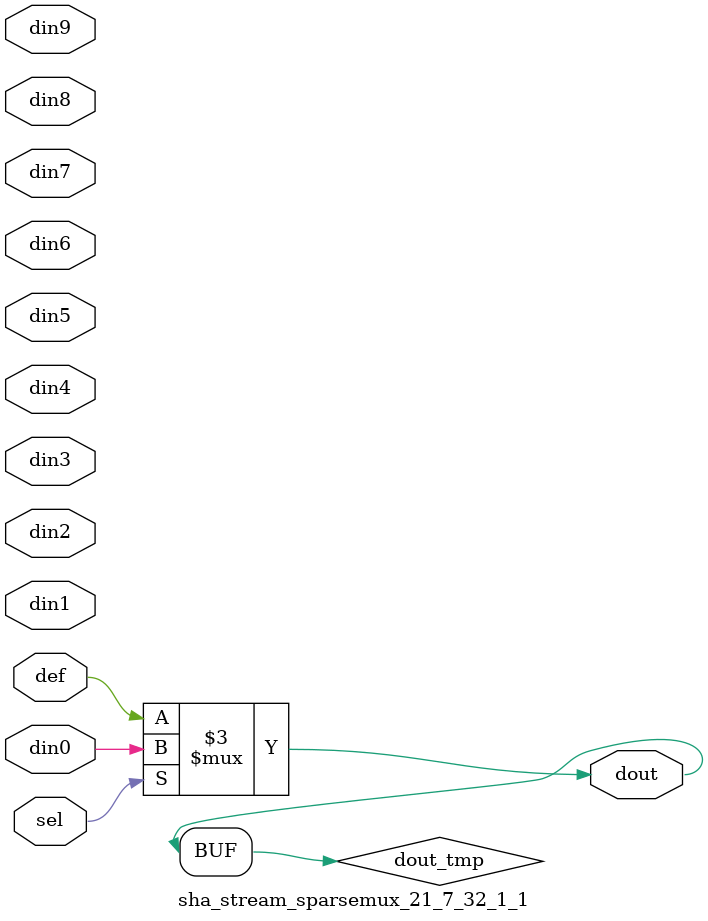
<source format=v>

module sha_stream_sparsemux_21_7_32_1_1 (din0,din1,din2,din3,din4,din5,din6,din7,din8,din9,def,sel,dout);  
parameter din0_WIDTH = 1;
parameter din1_WIDTH = 1;
parameter din2_WIDTH = 1;
parameter din3_WIDTH = 1;
parameter din4_WIDTH = 1;
parameter din5_WIDTH = 1;
parameter din6_WIDTH = 1;
parameter din7_WIDTH = 1;
parameter din8_WIDTH = 1;
parameter din9_WIDTH = 1;
parameter def_WIDTH = 1;
parameter sel_WIDTH = 1;
parameter dout_WIDTH = 1;
parameter [sel_WIDTH-1:0] CASE0 = 1;
parameter [sel_WIDTH-1:0] CASE1 = 1;
parameter [sel_WIDTH-1:0] CASE2 = 1;
parameter [sel_WIDTH-1:0] CASE3 = 1;
parameter [sel_WIDTH-1:0] CASE4 = 1;
parameter [sel_WIDTH-1:0] CASE5 = 1;
parameter [sel_WIDTH-1:0] CASE6 = 1;
parameter [sel_WIDTH-1:0] CASE7 = 1;
parameter [sel_WIDTH-1:0] CASE8 = 1;
parameter [sel_WIDTH-1:0] CASE9 = 1;
parameter ID = 1;
parameter NUM_STAGE = 1;
input [din0_WIDTH-1:0] din0;
input [din1_WIDTH-1:0] din1;
input [din2_WIDTH-1:0] din2;
input [din3_WIDTH-1:0] din3;
input [din4_WIDTH-1:0] din4;
input [din5_WIDTH-1:0] din5;
input [din6_WIDTH-1:0] din6;
input [din7_WIDTH-1:0] din7;
input [din8_WIDTH-1:0] din8;
input [din9_WIDTH-1:0] din9;
input [def_WIDTH-1:0] def;
input [sel_WIDTH-1:0] sel;
output [dout_WIDTH-1:0] dout;
reg [dout_WIDTH-1:0] dout_tmp;
always @ (*) begin
(* parallel_case *) case (sel)
    CASE0 : dout_tmp = din0;
    CASE1 : dout_tmp = din1;
    CASE2 : dout_tmp = din2;
    CASE3 : dout_tmp = din3;
    CASE4 : dout_tmp = din4;
    CASE5 : dout_tmp = din5;
    CASE6 : dout_tmp = din6;
    CASE7 : dout_tmp = din7;
    CASE8 : dout_tmp = din8;
    CASE9 : dout_tmp = din9;
    default : dout_tmp = def;
endcase
end
assign dout = dout_tmp;
endmodule

</source>
